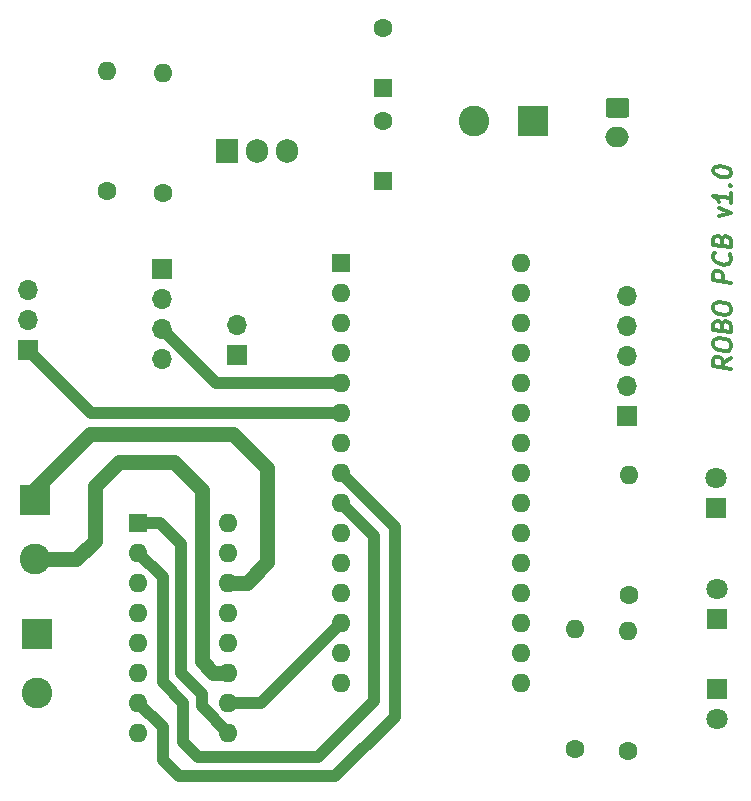
<source format=gbr>
%TF.GenerationSoftware,KiCad,Pcbnew,(5.1.10)-1*%
%TF.CreationDate,2021-07-11T18:10:03+05:30*%
%TF.ProjectId,pcb_flip,7063625f-666c-4697-902e-6b696361645f,rev?*%
%TF.SameCoordinates,Original*%
%TF.FileFunction,Copper,L1,Top*%
%TF.FilePolarity,Positive*%
%FSLAX46Y46*%
G04 Gerber Fmt 4.6, Leading zero omitted, Abs format (unit mm)*
G04 Created by KiCad (PCBNEW (5.1.10)-1) date 2021-07-11 18:10:03*
%MOMM*%
%LPD*%
G01*
G04 APERTURE LIST*
%TA.AperFunction,NonConductor*%
%ADD10C,0.300000*%
%TD*%
%TA.AperFunction,ComponentPad*%
%ADD11C,1.800000*%
%TD*%
%TA.AperFunction,ComponentPad*%
%ADD12R,1.800000X1.800000*%
%TD*%
%TA.AperFunction,ComponentPad*%
%ADD13O,1.600000X1.600000*%
%TD*%
%TA.AperFunction,ComponentPad*%
%ADD14R,1.600000X1.600000*%
%TD*%
%TA.AperFunction,ComponentPad*%
%ADD15C,2.600000*%
%TD*%
%TA.AperFunction,ComponentPad*%
%ADD16R,2.600000X2.600000*%
%TD*%
%TA.AperFunction,ComponentPad*%
%ADD17O,1.700000X1.700000*%
%TD*%
%TA.AperFunction,ComponentPad*%
%ADD18R,1.700000X1.700000*%
%TD*%
%TA.AperFunction,ComponentPad*%
%ADD19O,1.905000X2.000000*%
%TD*%
%TA.AperFunction,ComponentPad*%
%ADD20R,1.905000X2.000000*%
%TD*%
%TA.AperFunction,ComponentPad*%
%ADD21C,1.600000*%
%TD*%
%TA.AperFunction,ComponentPad*%
%ADD22O,2.000000X1.700000*%
%TD*%
%TA.AperFunction,Conductor*%
%ADD23C,1.000000*%
%TD*%
%TA.AperFunction,Conductor*%
%ADD24C,1.300000*%
%TD*%
G04 APERTURE END LIST*
D10*
X123995571Y-70056714D02*
X123281285Y-70467428D01*
X123995571Y-70913857D02*
X122495571Y-70726357D01*
X122495571Y-70154928D01*
X122567000Y-70021000D01*
X122638428Y-69958500D01*
X122781285Y-69904928D01*
X122995571Y-69931714D01*
X123138428Y-70021000D01*
X123209857Y-70101357D01*
X123281285Y-70253142D01*
X123281285Y-70824571D01*
X122495571Y-68940642D02*
X122495571Y-68654928D01*
X122567000Y-68521000D01*
X122709857Y-68396000D01*
X122995571Y-68360285D01*
X123495571Y-68422785D01*
X123781285Y-68529928D01*
X123924142Y-68690642D01*
X123995571Y-68842428D01*
X123995571Y-69128142D01*
X123924142Y-69262071D01*
X123781285Y-69387071D01*
X123495571Y-69422785D01*
X122995571Y-69360285D01*
X122709857Y-69253142D01*
X122567000Y-69092428D01*
X122495571Y-68940642D01*
X123209857Y-67244214D02*
X123281285Y-67038857D01*
X123352714Y-66976357D01*
X123495571Y-66922785D01*
X123709857Y-66949571D01*
X123852714Y-67038857D01*
X123924142Y-67119214D01*
X123995571Y-67271000D01*
X123995571Y-67842428D01*
X122495571Y-67654928D01*
X122495571Y-67154928D01*
X122567000Y-67021000D01*
X122638428Y-66958500D01*
X122781285Y-66904928D01*
X122924142Y-66922785D01*
X123067000Y-67012071D01*
X123138428Y-67092428D01*
X123209857Y-67244214D01*
X123209857Y-67744214D01*
X122495571Y-65869214D02*
X122495571Y-65583500D01*
X122567000Y-65449571D01*
X122709857Y-65324571D01*
X122995571Y-65288857D01*
X123495571Y-65351357D01*
X123781285Y-65458500D01*
X123924142Y-65619214D01*
X123995571Y-65771000D01*
X123995571Y-66056714D01*
X123924142Y-66190642D01*
X123781285Y-66315642D01*
X123495571Y-66351357D01*
X122995571Y-66288857D01*
X122709857Y-66181714D01*
X122567000Y-66021000D01*
X122495571Y-65869214D01*
X123995571Y-63628142D02*
X122495571Y-63440642D01*
X122495571Y-62869214D01*
X122567000Y-62735285D01*
X122638428Y-62672785D01*
X122781285Y-62619214D01*
X122995571Y-62646000D01*
X123138428Y-62735285D01*
X123209857Y-62815642D01*
X123281285Y-62967428D01*
X123281285Y-63538857D01*
X123852714Y-61253142D02*
X123924142Y-61333500D01*
X123995571Y-61556714D01*
X123995571Y-61699571D01*
X123924142Y-61904928D01*
X123781285Y-62029928D01*
X123638428Y-62083500D01*
X123352714Y-62119214D01*
X123138428Y-62092428D01*
X122852714Y-61985285D01*
X122709857Y-61896000D01*
X122567000Y-61735285D01*
X122495571Y-61512071D01*
X122495571Y-61369214D01*
X122567000Y-61163857D01*
X122638428Y-61101357D01*
X123209857Y-60029928D02*
X123281285Y-59824571D01*
X123352714Y-59762071D01*
X123495571Y-59708500D01*
X123709857Y-59735285D01*
X123852714Y-59824571D01*
X123924142Y-59904928D01*
X123995571Y-60056714D01*
X123995571Y-60628142D01*
X122495571Y-60440642D01*
X122495571Y-59940642D01*
X122567000Y-59806714D01*
X122638428Y-59744214D01*
X122781285Y-59690642D01*
X122924142Y-59708500D01*
X123067000Y-59797785D01*
X123138428Y-59878142D01*
X123209857Y-60029928D01*
X123209857Y-60529928D01*
X122995571Y-58003142D02*
X123995571Y-57771000D01*
X122995571Y-57288857D01*
X123995571Y-56056714D02*
X123995571Y-56913857D01*
X123995571Y-56485285D02*
X122495571Y-56297785D01*
X122709857Y-56467428D01*
X122852714Y-56628142D01*
X122924142Y-56779928D01*
X123852714Y-55396000D02*
X123924142Y-55333500D01*
X123995571Y-55413857D01*
X123924142Y-55476357D01*
X123852714Y-55396000D01*
X123995571Y-55413857D01*
X122495571Y-54226357D02*
X122495571Y-54083500D01*
X122567000Y-53949571D01*
X122638428Y-53887071D01*
X122781285Y-53833500D01*
X123067000Y-53797785D01*
X123424142Y-53842428D01*
X123709857Y-53949571D01*
X123852714Y-54038857D01*
X123924142Y-54119214D01*
X123995571Y-54271000D01*
X123995571Y-54413857D01*
X123924142Y-54547785D01*
X123852714Y-54610285D01*
X123709857Y-54663857D01*
X123424142Y-54699571D01*
X123067000Y-54654928D01*
X122781285Y-54547785D01*
X122638428Y-54458500D01*
X122567000Y-54378142D01*
X122495571Y-54226357D01*
D11*
%TO.P,D2,2*%
%TO.N,Net-(D2-Pad2)*%
X122809000Y-89598500D03*
D12*
%TO.P,D2,1*%
%TO.N,Earth*%
X122809000Y-92138500D03*
%TD*%
D13*
%TO.P,U2,16*%
%TO.N,+5V*%
X81407000Y-83947000D03*
%TO.P,U2,8*%
%TO.N,+6V*%
X73787000Y-101727000D03*
%TO.P,U2,15*%
%TO.N,Net-(A1-Pad12)*%
X81407000Y-86487000D03*
%TO.P,U2,7*%
%TO.N,Net-(A1-Pad8)*%
X73787000Y-99187000D03*
%TO.P,U2,14*%
%TO.N,Net-(J4-Pad1)*%
X81407000Y-89027000D03*
%TO.P,U2,6*%
%TO.N,Net-(J5-Pad2)*%
X73787000Y-96647000D03*
%TO.P,U2,13*%
%TO.N,Earth*%
X81407000Y-91567000D03*
%TO.P,U2,5*%
X73787000Y-94107000D03*
%TO.P,U2,12*%
X81407000Y-94107000D03*
%TO.P,U2,4*%
X73787000Y-91567000D03*
%TO.P,U2,11*%
%TO.N,Net-(J4-Pad2)*%
X81407000Y-96647000D03*
%TO.P,U2,3*%
%TO.N,Net-(J5-Pad1)*%
X73787000Y-89027000D03*
%TO.P,U2,10*%
%TO.N,Net-(A1-Pad13)*%
X81407000Y-99187000D03*
%TO.P,U2,2*%
%TO.N,Net-(A1-Pad9)*%
X73787000Y-86487000D03*
%TO.P,U2,9*%
%TO.N,Net-(A1-Pad7)*%
X81407000Y-101727000D03*
D14*
%TO.P,U2,1*%
X73787000Y-83947000D03*
%TD*%
D15*
%TO.P,SW1,2*%
%TO.N,+BATT*%
X102188000Y-49911000D03*
D16*
%TO.P,SW1,1*%
%TO.N,Net-(J1-Pad1)*%
X107188000Y-49911000D03*
%TD*%
D17*
%TO.P,J7,5*%
%TO.N,Net-(A1-Pad26)*%
X115189000Y-64770000D03*
%TO.P,J7,4*%
%TO.N,Net-(A1-Pad25)*%
X115189000Y-67310000D03*
%TO.P,J7,3*%
%TO.N,Net-(A1-Pad24)*%
X115189000Y-69850000D03*
%TO.P,J7,2*%
%TO.N,Net-(A1-Pad23)*%
X115189000Y-72390000D03*
D18*
%TO.P,J7,1*%
%TO.N,Net-(A1-Pad22)*%
X115189000Y-74930000D03*
%TD*%
D17*
%TO.P,J6,2*%
%TO.N,Net-(A1-Pad3)*%
X82169000Y-67183000D03*
D18*
%TO.P,J6,1*%
%TO.N,Earth*%
X82169000Y-69723000D03*
%TD*%
D15*
%TO.P,J5,2*%
%TO.N,Net-(J5-Pad2)*%
X65214500Y-98408500D03*
D16*
%TO.P,J5,1*%
%TO.N,Net-(J5-Pad1)*%
X65214500Y-93408500D03*
%TD*%
D15*
%TO.P,J4,2*%
%TO.N,Net-(J4-Pad2)*%
X65087500Y-87042000D03*
D16*
%TO.P,J4,1*%
%TO.N,Net-(J4-Pad1)*%
X65087500Y-82042000D03*
%TD*%
D17*
%TO.P,J3,3*%
%TO.N,Earth*%
X64452500Y-64262000D03*
%TO.P,J3,2*%
%TO.N,+6V*%
X64452500Y-66802000D03*
D18*
%TO.P,J3,1*%
%TO.N,Net-(A1-Pad6)*%
X64452500Y-69342000D03*
%TD*%
D17*
%TO.P,J2,4*%
%TO.N,Earth*%
X75819000Y-70104000D03*
%TO.P,J2,3*%
%TO.N,N/C*%
X75819000Y-67564000D03*
%TO.P,J2,2*%
%TO.N,Net-(A1-Pad5)*%
X75819000Y-65024000D03*
D18*
%TO.P,J2,1*%
%TO.N,+5V*%
X75819000Y-62484000D03*
%TD*%
D19*
%TO.P,U1,3*%
%TO.N,+BATT*%
X86423500Y-52514500D03*
%TO.P,U1,2*%
%TO.N,+6V*%
X83883500Y-52514500D03*
D20*
%TO.P,U1,1*%
%TO.N,Net-(R1-Pad2)*%
X81343500Y-52514500D03*
%TD*%
D13*
%TO.P,R5,2*%
%TO.N,Net-(A1-Pad21)*%
X115316000Y-79883000D03*
D21*
%TO.P,R5,1*%
%TO.N,Net-(D3-Pad2)*%
X115316000Y-90043000D03*
%TD*%
D13*
%TO.P,R4,2*%
%TO.N,Net-(A1-Pad20)*%
X115252500Y-93091000D03*
D21*
%TO.P,R4,1*%
%TO.N,Net-(D2-Pad2)*%
X115252500Y-103251000D03*
%TD*%
D13*
%TO.P,R3,2*%
%TO.N,Net-(A1-Pad19)*%
X110807500Y-92964000D03*
D21*
%TO.P,R3,1*%
%TO.N,Net-(D1-Pad2)*%
X110807500Y-103124000D03*
%TD*%
D13*
%TO.P,R2,2*%
%TO.N,Earth*%
X75882500Y-45847000D03*
D21*
%TO.P,R2,1*%
%TO.N,Net-(R1-Pad2)*%
X75882500Y-56007000D03*
%TD*%
D13*
%TO.P,R1,2*%
%TO.N,Net-(R1-Pad2)*%
X71120000Y-45720000D03*
D21*
%TO.P,R1,1*%
%TO.N,+6V*%
X71120000Y-55880000D03*
%TD*%
D22*
%TO.P,J1,2*%
%TO.N,Earth*%
X114363500Y-51331500D03*
%TO.P,J1,1*%
%TO.N,Net-(J1-Pad1)*%
%TA.AperFunction,ComponentPad*%
G36*
G01*
X113613500Y-47981500D02*
X115113500Y-47981500D01*
G75*
G02*
X115363500Y-48231500I0J-250000D01*
G01*
X115363500Y-49431500D01*
G75*
G02*
X115113500Y-49681500I-250000J0D01*
G01*
X113613500Y-49681500D01*
G75*
G02*
X113363500Y-49431500I0J250000D01*
G01*
X113363500Y-48231500D01*
G75*
G02*
X113613500Y-47981500I250000J0D01*
G01*
G37*
%TD.AperFunction*%
%TD*%
D11*
%TO.P,D3,2*%
%TO.N,Net-(D3-Pad2)*%
X122745500Y-80200500D03*
D12*
%TO.P,D3,1*%
%TO.N,Earth*%
X122745500Y-82740500D03*
%TD*%
D11*
%TO.P,D1,2*%
%TO.N,Net-(D1-Pad2)*%
X122809000Y-100584000D03*
D12*
%TO.P,D1,1*%
%TO.N,Earth*%
X122809000Y-98044000D03*
%TD*%
D21*
%TO.P,C2,2*%
%TO.N,Earth*%
X94488000Y-42117000D03*
D14*
%TO.P,C2,1*%
%TO.N,+BATT*%
X94488000Y-47117000D03*
%TD*%
D21*
%TO.P,C1,2*%
%TO.N,Earth*%
X94488000Y-49991000D03*
D14*
%TO.P,C1,1*%
%TO.N,+6V*%
X94488000Y-54991000D03*
%TD*%
%TO.P,A1,1*%
%TO.N,N/C*%
X90932000Y-61976000D03*
D13*
%TO.P,A1,17*%
X106172000Y-94996000D03*
%TO.P,A1,2*%
X90932000Y-64516000D03*
%TO.P,A1,18*%
X106172000Y-92456000D03*
%TO.P,A1,3*%
%TO.N,Net-(A1-Pad3)*%
X90932000Y-67056000D03*
%TO.P,A1,19*%
%TO.N,Net-(A1-Pad19)*%
X106172000Y-89916000D03*
%TO.P,A1,4*%
%TO.N,Earth*%
X90932000Y-69596000D03*
%TO.P,A1,20*%
%TO.N,Net-(A1-Pad20)*%
X106172000Y-87376000D03*
%TO.P,A1,5*%
%TO.N,Net-(A1-Pad5)*%
X90932000Y-72136000D03*
%TO.P,A1,21*%
%TO.N,Net-(A1-Pad21)*%
X106172000Y-84836000D03*
%TO.P,A1,6*%
%TO.N,Net-(A1-Pad6)*%
X90932000Y-74676000D03*
%TO.P,A1,22*%
%TO.N,Net-(A1-Pad22)*%
X106172000Y-82296000D03*
%TO.P,A1,7*%
%TO.N,Net-(A1-Pad7)*%
X90932000Y-77216000D03*
%TO.P,A1,23*%
%TO.N,Net-(A1-Pad23)*%
X106172000Y-79756000D03*
%TO.P,A1,8*%
%TO.N,Net-(A1-Pad8)*%
X90932000Y-79756000D03*
%TO.P,A1,24*%
%TO.N,Net-(A1-Pad24)*%
X106172000Y-77216000D03*
%TO.P,A1,9*%
%TO.N,Net-(A1-Pad9)*%
X90932000Y-82296000D03*
%TO.P,A1,25*%
%TO.N,Net-(A1-Pad25)*%
X106172000Y-74676000D03*
%TO.P,A1,10*%
%TO.N,N/C*%
X90932000Y-84836000D03*
%TO.P,A1,26*%
%TO.N,Net-(A1-Pad26)*%
X106172000Y-72136000D03*
%TO.P,A1,11*%
%TO.N,N/C*%
X90932000Y-87376000D03*
%TO.P,A1,27*%
%TO.N,+5V*%
X106172000Y-69596000D03*
%TO.P,A1,12*%
%TO.N,Net-(A1-Pad12)*%
X90932000Y-89916000D03*
%TO.P,A1,28*%
%TO.N,N/C*%
X106172000Y-67056000D03*
%TO.P,A1,13*%
%TO.N,Net-(A1-Pad13)*%
X90932000Y-92456000D03*
%TO.P,A1,29*%
%TO.N,Earth*%
X106172000Y-64516000D03*
%TO.P,A1,14*%
%TO.N,N/C*%
X90932000Y-94996000D03*
%TO.P,A1,30*%
%TO.N,+BATT*%
X106172000Y-61976000D03*
%TO.P,A1,15*%
%TO.N,N/C*%
X90932000Y-97536000D03*
%TO.P,A1,16*%
X106172000Y-97536000D03*
%TD*%
D23*
%TO.N,Net-(A1-Pad13)*%
X84201000Y-99187000D02*
X90932000Y-92456000D01*
X81407000Y-99187000D02*
X84201000Y-99187000D01*
%TO.N,Net-(A1-Pad9)*%
X73787000Y-86487000D02*
X75882500Y-88582500D01*
X75882500Y-88582500D02*
X75882500Y-97472500D01*
X75882500Y-97472500D02*
X77597000Y-99187000D01*
X77597000Y-99187000D02*
X77597000Y-102489000D01*
X77597000Y-102489000D02*
X78867000Y-103759000D01*
X78867000Y-103759000D02*
X89027000Y-103759000D01*
X89027000Y-103759000D02*
X93726000Y-99060000D01*
X93726000Y-85090000D02*
X90932000Y-82296000D01*
X93726000Y-99060000D02*
X93726000Y-85090000D01*
%TO.N,Net-(A1-Pad8)*%
X73787000Y-99187000D02*
X75882500Y-101282500D01*
X75882500Y-101282500D02*
X75882500Y-104013000D01*
X75882500Y-104013000D02*
X77279500Y-105410000D01*
X77279500Y-105410000D02*
X90487500Y-105410000D01*
X90487500Y-105410000D02*
X95504000Y-100393500D01*
X95504000Y-84328000D02*
X90932000Y-79756000D01*
X95504000Y-100393500D02*
X95504000Y-84328000D01*
%TO.N,Net-(A1-Pad6)*%
X69786500Y-74676000D02*
X90932000Y-74676000D01*
X64452500Y-69342000D02*
X69786500Y-74676000D01*
D24*
%TO.N,Net-(J4-Pad2)*%
X80137000Y-96647000D02*
X81407000Y-96647000D01*
X79184500Y-81153000D02*
X79184500Y-95694500D01*
X72136000Y-78803500D02*
X76835000Y-78803500D01*
X79184500Y-95694500D02*
X80137000Y-96647000D01*
X70104000Y-80835500D02*
X72136000Y-78803500D01*
X76835000Y-78803500D02*
X79184500Y-81153000D01*
X70104000Y-85471000D02*
X70104000Y-80835500D01*
X68533000Y-87042000D02*
X70104000Y-85471000D01*
X65087500Y-87042000D02*
X68533000Y-87042000D01*
%TO.N,Net-(J4-Pad1)*%
X65087500Y-82042000D02*
X65087500Y-81089500D01*
X65087500Y-81089500D02*
X69723000Y-76454000D01*
X69723000Y-76454000D02*
X81851500Y-76454000D01*
X81851500Y-76454000D02*
X84709000Y-79311500D01*
X84709000Y-79311500D02*
X84709000Y-87312500D01*
X82994500Y-89027000D02*
X81407000Y-89027000D01*
X84709000Y-87312500D02*
X82994500Y-89027000D01*
D23*
%TO.N,Net-(A1-Pad7)*%
X73787000Y-83947000D02*
X75628500Y-83947000D01*
X77406500Y-85725000D02*
X77406500Y-96710500D01*
X77406500Y-96710500D02*
X79184500Y-98488500D01*
X79184500Y-99504500D02*
X81407000Y-101727000D01*
X79184500Y-98488500D02*
X79184500Y-99504500D01*
X75628500Y-83947000D02*
X77406500Y-85725000D01*
%TO.N,Net-(A1-Pad5)*%
X80391000Y-72136000D02*
X75819000Y-67564000D01*
X90932000Y-72136000D02*
X80391000Y-72136000D01*
%TD*%
M02*

</source>
